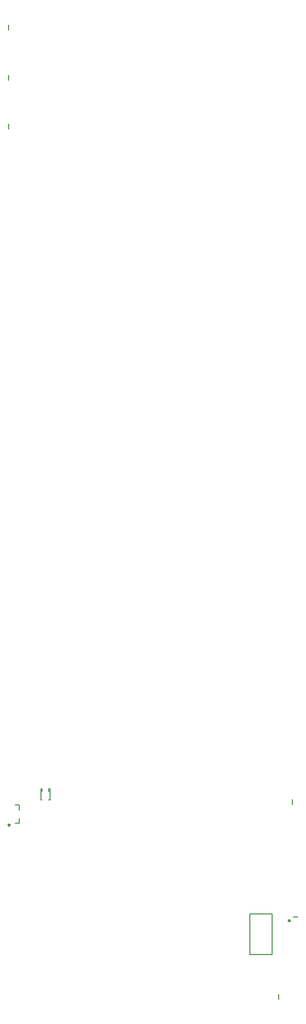
<source format=gbo>
%FSDAX24Y24*%
%MOIN*%
%SFA1B1*%

%IPPOS*%
%ADD55C,0.009800*%
%ADD56C,0.007900*%
%LNde-120824-1*%
%LPD*%
G54D55*
X016436Y024691D02*
D01*
X016435Y024694*
X016435Y024697*
X016434Y024701*
X016434Y024704*
X016433Y024707*
X016431Y024710*
X016430Y024714*
X016428Y024716*
X016426Y024719*
X016424Y024722*
X016422Y024725*
X016419Y024727*
X016417Y024729*
X016414Y024731*
X016411Y024733*
X016408Y024735*
X016405Y024736*
X016402Y024737*
X016398Y024738*
X016395Y024739*
X016392Y024739*
X016388Y024739*
X016385*
X016381Y024739*
X016378Y024739*
X016375Y024738*
X016371Y024737*
X016368Y024736*
X016365Y024735*
X016362Y024733*
X016359Y024731*
X016356Y024729*
X016354Y024727*
X016351Y024725*
X016349Y024722*
X016347Y024719*
X016345Y024716*
X016343Y024714*
X016342Y024710*
X016340Y024707*
X016339Y024704*
X016339Y024701*
X016338Y024697*
X016338Y024694*
X016338Y024691*
X016338Y024687*
X016338Y024684*
X016339Y024680*
X016339Y024677*
X016340Y024674*
X016342Y024671*
X016343Y024667*
X016345Y024665*
X016347Y024662*
X016349Y024659*
X016351Y024656*
X016354Y024654*
X016356Y024652*
X016359Y024650*
X016362Y024648*
X016365Y024646*
X016368Y024645*
X016371Y024644*
X016375Y024643*
X016378Y024642*
X016381Y024642*
X016385Y024642*
X016388*
X016392Y024642*
X016395Y024642*
X016398Y024643*
X016402Y024644*
X016405Y024645*
X016408Y024646*
X016411Y024648*
X016414Y024650*
X016417Y024652*
X016419Y024654*
X016422Y024656*
X016424Y024659*
X016426Y024662*
X016428Y024665*
X016430Y024667*
X016431Y024671*
X016433Y024674*
X016434Y024677*
X016434Y024680*
X016435Y024684*
X016435Y024687*
X016436Y024691*
X034900Y018406D02*
D01*
X034899Y018409*
X034899Y018412*
X034898Y018416*
X034898Y018419*
X034897Y018422*
X034895Y018425*
X034894Y018429*
X034892Y018431*
X034890Y018434*
X034888Y018437*
X034886Y018440*
X034883Y018442*
X034881Y018444*
X034878Y018446*
X034875Y018448*
X034872Y018450*
X034869Y018451*
X034866Y018452*
X034862Y018453*
X034859Y018454*
X034856Y018454*
X034852Y018454*
X034849*
X034845Y018454*
X034842Y018454*
X034839Y018453*
X034835Y018452*
X034832Y018451*
X034829Y018450*
X034826Y018448*
X034823Y018446*
X034820Y018444*
X034818Y018442*
X034815Y018440*
X034813Y018437*
X034811Y018434*
X034809Y018431*
X034807Y018429*
X034806Y018425*
X034804Y018422*
X034803Y018419*
X034803Y018416*
X034802Y018412*
X034802Y018409*
X034802Y018406*
X034802Y018402*
X034802Y018399*
X034803Y018395*
X034803Y018392*
X034804Y018389*
X034806Y018386*
X034807Y018382*
X034809Y018380*
X034811Y018377*
X034813Y018374*
X034815Y018371*
X034818Y018369*
X034820Y018367*
X034823Y018365*
X034826Y018363*
X034829Y018361*
X034832Y018360*
X034835Y018359*
X034839Y018358*
X034842Y018357*
X034845Y018357*
X034849Y018357*
X034852*
X034856Y018357*
X034859Y018357*
X034862Y018358*
X034866Y018359*
X034869Y018360*
X034872Y018361*
X034875Y018363*
X034878Y018365*
X034881Y018367*
X034883Y018369*
X034886Y018371*
X034888Y018374*
X034890Y018377*
X034892Y018380*
X034894Y018382*
X034895Y018386*
X034897Y018389*
X034898Y018392*
X034898Y018395*
X034899Y018399*
X034899Y018402*
X034900Y018406*
G54D56*
X034169Y013243D02*
Y013557D01*
X035069Y026043D02*
Y026357D01*
X035143Y018635D02*
X035457D01*
X016369Y073643D02*
Y073957D01*
Y076943D02*
Y077257D01*
Y070443D02*
Y070757D01*
X018583Y026917D02*
Y027074D01*
X018505Y026917D02*
X018583D01*
X019017D02*
X019095D01*
X019017D02*
Y027074D01*
X019095Y026326D02*
Y027074D01*
X018505Y026326D02*
Y027074D01*
X019017Y026326D02*
X019095D01*
X019017Y027074D02*
X019095D01*
X018505Y026326D02*
X018583D01*
X018505Y027074D02*
X018583D01*
X016800Y024809D02*
X017076D01*
Y025124*
X016800Y025991D02*
X017076D01*
Y025676D02*
Y025991D01*
X032272Y016181D02*
Y018819D01*
Y016181D02*
X033728D01*
Y018819*
X032272D02*
X033728D01*
M02*
</source>
